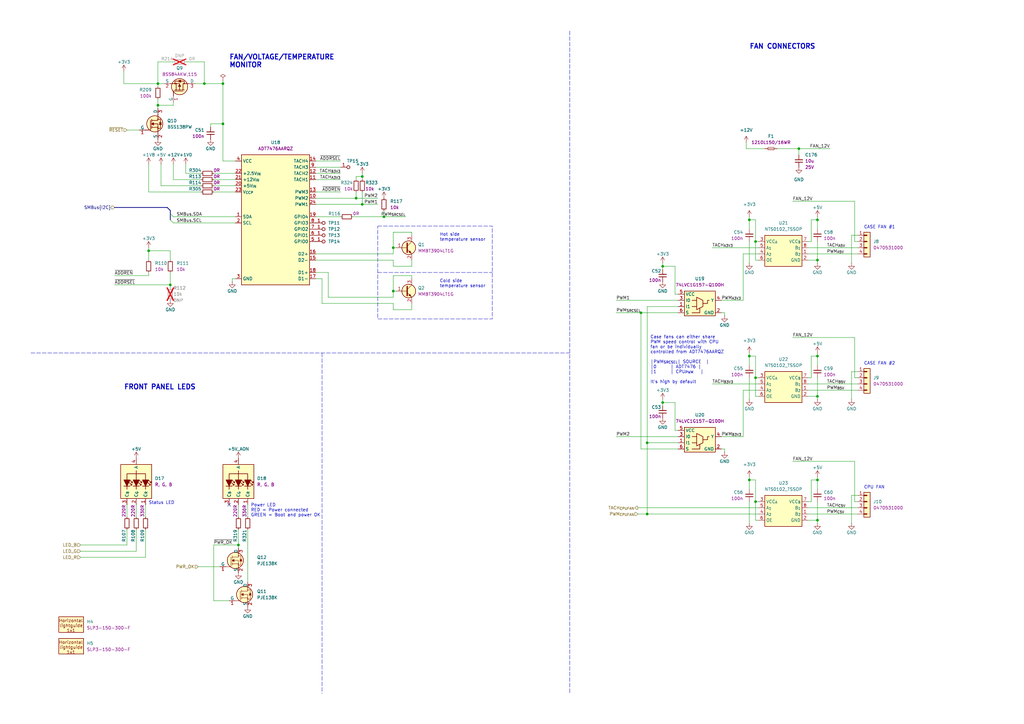
<source format=kicad_sch>
(kicad_sch (version 20230121) (generator eeschema)
  (paper "A3")
  (title_block (title "Com Express 7 baseboard") (date "2024-03-28") (rev "1.0.0") (company "Antmicro Ltd."))
  (junction (at 148.59 72.39))
  (junction (at 335.28 106.68))
  (junction (at 309.88 99.06))
  (junction (at 161.29 119.38))
  (junction (at 309.88 154.94))
  (junction (at 265.43 210.82))
  (junction (at 91.44 34.29))
  (junction (at 64.77 43.18))
  (junction (at 335.28 162.56))
  (junction (at 309.88 205.74))
  (junction (at 148.59 83.82))
  (junction (at 271.78 165.1))
  (junction (at 265.43 181.61))
  (junction (at 335.28 146.05))
  (junction (at 161.29 101.6))
  (junction (at 97.79 223.52))
  (junction (at 83.82 34.29))
  (junction (at 335.28 213.36))
  (junction (at 307.34 90.17))
  (junction (at 146.05 81.28))
  (junction (at 327.66 60.96))
  (junction (at 271.78 109.22))
  (junction (at 60.96 102.87))
  (junction (at 335.28 90.17))
  (junction (at 64.77 34.29))
  (junction (at 335.28 196.85))
  (junction (at 69.85 116.84))
  (junction (at 157.48 88.9))
  (junction (at 307.34 146.05))
  (junction (at 91.44 50.8))
  (junction (at 307.34 196.85))
  (junction (at 262.89 128.27))
  (no_connect (at 93.98 207.01))
  (bus_entry (at 71.12 91.44) (size -1.27 -1.27))
  (bus_entry (at 71.12 88.9) (size -1.27 -1.27))
  (wire (pts (xy 52.07 53.34) (xy 57.15 53.34)))
  (wire (pts (xy 86.36 50.8) (xy 91.44 50.8)))
  (wire (pts (xy 161.29 95.25) (xy 161.29 101.6)))
  (wire (pts (xy 67.31 34.29) (xy 64.77 34.29)))
  (wire (pts (xy 33.02 226.06) (xy 55.88 226.06)))
  (wire (pts (xy 332.74 99.06) (xy 331.47 99.06)))
  (wire (pts (xy 265.43 181.61) (xy 265.43 210.82)))
  (wire (pts (xy 332.74 90.17) (xy 335.28 90.17)))
  (bus (pts (xy 69.85 87.63) (xy 69.85 90.17)))
  (wire (pts (xy 91.44 33.02) (xy 91.44 34.29)))
  (wire (pts (xy 307.34 196.85) (xy 307.34 200.66)))
  (wire (pts (xy 157.48 86.36) (xy 157.48 88.9)))
  (wire (pts (xy 307.34 99.06) (xy 307.34 107.95)))
  (wire (pts (xy 332.74 90.17) (xy 332.74 99.06)))
  (wire (pts (xy 161.29 113.03) (xy 161.29 119.38)))
  (wire (pts (xy 148.59 72.39) (xy 148.59 73.66)))
  (wire (pts (xy 96.52 78.74) (xy 87.63 78.74)))
  (wire (pts (xy 144.78 88.9) (xy 157.48 88.9)))
  (wire (pts (xy 331.47 213.36) (xy 335.28 213.36)))
  (wire (pts (xy 161.29 101.6) (xy 161.29 104.14)))
  (wire (pts (xy 335.28 99.06) (xy 335.28 106.68)))
  (wire (pts (xy 168.91 127) (xy 168.91 124.46)))
  (wire (pts (xy 134.62 121.92) (xy 161.29 121.92)))
  (wire (pts (xy 309.88 90.17) (xy 309.88 99.06)))
  (wire (pts (xy 331.47 208.28) (xy 351.79 208.28)))
  (wire (pts (xy 139.7 78.74) (xy 129.54 78.74)))
  (wire (pts (xy 161.29 109.22) (xy 161.29 106.68)))
  (wire (pts (xy 335.28 106.68) (xy 335.28 107.95)))
  (wire (pts (xy 148.59 71.12) (xy 148.59 72.39)))
  (wire (pts (xy 134.62 111.76) (xy 134.62 121.92)))
  (wire (pts (xy 331.47 106.68) (xy 335.28 106.68)))
  (wire (pts (xy 252.73 179.07) (xy 278.13 179.07)))
  (wire (pts (xy 101.6 207.01) (xy 101.6 212.09)))
  (wire (pts (xy 335.28 146.05) (xy 335.28 149.86)))
  (wire (pts (xy 71.12 67.31) (xy 71.12 73.66)))
  (wire (pts (xy 304.8 179.07) (xy 304.8 160.02)))
  (wire (pts (xy 297.18 185.42) (xy 297.18 184.15)))
  (wire (pts (xy 69.85 116.84) (xy 69.85 118.11)))
  (wire (pts (xy 69.85 111.76) (xy 69.85 116.84)))
  (wire (pts (xy 350.52 205.74) (xy 350.52 189.23)))
  (wire (pts (xy 161.29 101.6) (xy 162.56 101.6)))
  (wire (pts (xy 46.99 116.84) (xy 69.85 116.84)))
  (wire (pts (xy 82.55 71.12) (xy 76.2 71.12)))
  (wire (pts (xy 132.08 124.46) (xy 161.29 124.46)))
  (wire (pts (xy 148.59 83.82) (xy 129.54 83.82)))
  (wire (pts (xy 87.63 73.66) (xy 96.52 73.66)))
  (wire (pts (xy 335.28 154.94) (xy 335.28 162.56)))
  (wire (pts (xy 81.28 232.41) (xy 90.17 232.41)))
  (wire (pts (xy 261.62 210.82) (xy 265.43 210.82)))
  (wire (pts (xy 349.25 203.2) (xy 349.25 214.63)))
  (wire (pts (xy 168.91 109.22) (xy 168.91 106.68)))
  (wire (pts (xy 252.73 128.27) (xy 262.89 128.27)))
  (wire (pts (xy 97.79 223.52) (xy 87.63 223.52)))
  (wire (pts (xy 271.78 163.83) (xy 271.78 165.1)))
  (wire (pts (xy 306.07 60.96) (xy 313.69 60.96)))
  (wire (pts (xy 332.74 154.94) (xy 331.47 154.94)))
  (wire (pts (xy 168.91 96.52) (xy 168.91 95.25)))
  (wire (pts (xy 96.52 66.04) (xy 91.44 66.04)))
  (wire (pts (xy 66.04 67.31) (xy 66.04 76.2)))
  (wire (pts (xy 276.86 120.65) (xy 278.13 120.65)))
  (wire (pts (xy 71.12 88.9) (xy 96.52 88.9)))
  (polyline (pts (xy 233.68 12.7) (xy 233.68 284.48)) (stroke (width 0) (type dash)))
  (wire (pts (xy 60.96 78.74) (xy 60.96 67.31)))
  (wire (pts (xy 97.79 217.17) (xy 97.79 223.52)))
  (wire (pts (xy 335.28 90.17) (xy 335.28 93.98)))
  (wire (pts (xy 297.18 128.27) (xy 295.91 128.27)))
  (wire (pts (xy 307.34 88.9) (xy 307.34 90.17)))
  (wire (pts (xy 309.88 99.06) (xy 309.88 106.68)))
  (wire (pts (xy 252.73 123.19) (xy 278.13 123.19)))
  (wire (pts (xy 69.85 102.87) (xy 69.85 106.68)))
  (wire (pts (xy 332.74 205.74) (xy 331.47 205.74)))
  (wire (pts (xy 350.52 99.06) (xy 350.52 82.55)))
  (wire (pts (xy 91.44 66.04) (xy 91.44 50.8)))
  (wire (pts (xy 325.12 189.23) (xy 350.52 189.23)))
  (wire (pts (xy 161.29 109.22) (xy 168.91 109.22)))
  (wire (pts (xy 64.77 43.18) (xy 64.77 44.45)))
  (wire (pts (xy 146.05 72.39) (xy 148.59 72.39)))
  (wire (pts (xy 351.79 203.2) (xy 349.25 203.2)))
  (wire (pts (xy 335.28 162.56) (xy 335.28 163.83)))
  (wire (pts (xy 331.47 101.6) (xy 351.79 101.6)))
  (wire (pts (xy 307.34 144.78) (xy 307.34 146.05)))
  (wire (pts (xy 146.05 81.28) (xy 129.54 81.28)))
  (wire (pts (xy 148.59 78.74) (xy 148.59 83.82)))
  (wire (pts (xy 87.63 223.52) (xy 87.63 246.38)))
  (wire (pts (xy 307.34 146.05) (xy 307.34 149.86)))
  (wire (pts (xy 311.15 213.36) (xy 309.88 213.36)))
  (wire (pts (xy 297.18 184.15) (xy 295.91 184.15)))
  (wire (pts (xy 325.12 138.43) (xy 350.52 138.43)))
  (wire (pts (xy 309.88 196.85) (xy 307.34 196.85)))
  (wire (pts (xy 64.77 43.18) (xy 71.12 43.18)))
  (wire (pts (xy 318.77 60.96) (xy 327.66 60.96)))
  (wire (pts (xy 265.43 181.61) (xy 278.13 181.61)))
  (polyline (pts (xy 12.7 144.78) (xy 233.68 144.78)) (stroke (width 0) (type dash)))
  (wire (pts (xy 64.77 34.29) (xy 64.77 35.56)))
  (wire (pts (xy 271.78 109.22) (xy 276.86 109.22)))
  (wire (pts (xy 87.63 71.12) (xy 96.52 71.12)))
  (wire (pts (xy 132.08 114.3) (xy 132.08 124.46)))
  (wire (pts (xy 309.88 146.05) (xy 307.34 146.05)))
  (wire (pts (xy 97.79 207.01) (xy 97.79 212.09)))
  (wire (pts (xy 60.96 102.87) (xy 60.96 106.68)))
  (wire (pts (xy 59.69 207.01) (xy 59.69 212.09)))
  (wire (pts (xy 335.28 205.74) (xy 335.28 213.36)))
  (wire (pts (xy 311.15 162.56) (xy 309.88 162.56)))
  (wire (pts (xy 161.29 119.38) (xy 161.29 121.92)))
  (wire (pts (xy 146.05 73.66) (xy 146.05 72.39)))
  (wire (pts (xy 309.88 205.74) (xy 311.15 205.74)))
  (wire (pts (xy 295.91 179.07) (xy 304.8 179.07)))
  (polyline (pts (xy 154.94 111.76) (xy 201.93 111.76)) (stroke (width 0) (type dash)))
  (wire (pts (xy 309.88 205.74) (xy 309.88 213.36)))
  (wire (pts (xy 265.43 125.73) (xy 265.43 181.61)))
  (wire (pts (xy 262.89 128.27) (xy 262.89 184.15)))
  (wire (pts (xy 335.28 88.9) (xy 335.28 90.17)))
  (wire (pts (xy 309.88 99.06) (xy 311.15 99.06)))
  (wire (pts (xy 351.79 205.74) (xy 350.52 205.74)))
  (wire (pts (xy 55.88 217.17) (xy 55.88 226.06)))
  (wire (pts (xy 271.78 165.1) (xy 271.78 166.37)))
  (wire (pts (xy 276.86 109.22) (xy 276.86 120.65)))
  (wire (pts (xy 161.29 127) (xy 168.91 127)))
  (wire (pts (xy 60.96 102.87) (xy 69.85 102.87)))
  (wire (pts (xy 309.88 154.94) (xy 309.88 162.56)))
  (bus (pts (xy 69.85 86.36) (xy 68.58 85.09)))
  (wire (pts (xy 349.25 96.52) (xy 349.25 107.95)))
  (wire (pts (xy 351.79 99.06) (xy 350.52 99.06)))
  (polyline (pts (xy 132.08 144.78) (xy 132.08 284.48)) (stroke (width 0) (type dash)))
  (wire (pts (xy 87.63 76.2) (xy 96.52 76.2)))
  (wire (pts (xy 265.43 210.82) (xy 311.15 210.82)))
  (wire (pts (xy 351.79 152.4) (xy 349.25 152.4)))
  (wire (pts (xy 64.77 25.4) (xy 64.77 34.29)))
  (wire (pts (xy 166.37 88.9) (xy 157.48 88.9)))
  (wire (pts (xy 71.12 73.66) (xy 82.55 73.66)))
  (wire (pts (xy 101.6 217.17) (xy 101.6 238.76)))
  (wire (pts (xy 292.1 101.6) (xy 311.15 101.6)))
  (wire (pts (xy 331.47 157.48) (xy 351.79 157.48)))
  (wire (pts (xy 307.34 154.94) (xy 307.34 163.83)))
  (wire (pts (xy 278.13 128.27) (xy 262.89 128.27)))
  (wire (pts (xy 154.94 81.28) (xy 146.05 81.28)))
  (wire (pts (xy 168.91 113.03) (xy 161.29 113.03)))
  (wire (pts (xy 52.07 217.17) (xy 52.07 223.52)))
  (wire (pts (xy 335.28 196.85) (xy 335.28 200.66)))
  (wire (pts (xy 146.05 78.74) (xy 146.05 81.28)))
  (wire (pts (xy 304.8 160.02) (xy 311.15 160.02)))
  (wire (pts (xy 95.25 115.57) (xy 95.25 114.3)))
  (wire (pts (xy 71.12 91.44) (xy 96.52 91.44)))
  (wire (pts (xy 71.12 25.4) (xy 64.77 25.4)))
  (wire (pts (xy 91.44 34.29) (xy 83.82 34.29)))
  (wire (pts (xy 335.28 195.58) (xy 335.28 196.85)))
  (wire (pts (xy 161.29 127) (xy 161.29 124.46)))
  (wire (pts (xy 86.36 50.8) (xy 86.36 52.07)))
  (wire (pts (xy 83.82 34.29) (xy 80.01 34.29)))
  (wire (pts (xy 309.88 146.05) (xy 309.88 154.94)))
  (wire (pts (xy 95.25 114.3) (xy 96.52 114.3)))
  (bus (pts (xy 46.99 85.09) (xy 68.58 85.09)))
  (wire (pts (xy 262.89 184.15) (xy 278.13 184.15)))
  (wire (pts (xy 129.54 106.68) (xy 161.29 106.68)))
  (wire (pts (xy 139.7 68.58) (xy 129.54 68.58)))
  (wire (pts (xy 97.79 223.52) (xy 97.79 224.79)))
  (wire (pts (xy 59.69 217.17) (xy 59.69 228.6)))
  (wire (pts (xy 168.91 95.25) (xy 161.29 95.25)))
  (wire (pts (xy 129.54 114.3) (xy 132.08 114.3)))
  (wire (pts (xy 307.34 205.74) (xy 307.34 214.63)))
  (wire (pts (xy 129.54 104.14) (xy 161.29 104.14)))
  (wire (pts (xy 76.2 25.4) (xy 83.82 25.4)))
  (wire (pts (xy 332.74 146.05) (xy 335.28 146.05)))
  (wire (pts (xy 71.12 43.18) (xy 71.12 41.91)))
  (wire (pts (xy 331.47 210.82) (xy 351.79 210.82)))
  (wire (pts (xy 139.7 66.04) (xy 129.54 66.04)))
  (wire (pts (xy 304.8 104.14) (xy 311.15 104.14)))
  (wire (pts (xy 332.74 146.05) (xy 332.74 154.94)))
  (wire (pts (xy 261.62 208.28) (xy 311.15 208.28)))
  (wire (pts (xy 297.18 129.54) (xy 297.18 128.27)))
  (wire (pts (xy 33.02 223.52) (xy 52.07 223.52)))
  (wire (pts (xy 33.02 228.6) (xy 59.69 228.6)))
  (wire (pts (xy 309.88 90.17) (xy 307.34 90.17)))
  (wire (pts (xy 64.77 40.64) (xy 64.77 43.18)))
  (wire (pts (xy 64.77 34.29) (xy 50.8 34.29)))
  (wire (pts (xy 311.15 106.68) (xy 309.88 106.68)))
  (wire (pts (xy 332.74 196.85) (xy 332.74 205.74)))
  (wire (pts (xy 154.94 83.82) (xy 148.59 83.82)))
  (wire (pts (xy 91.44 34.29) (xy 91.44 50.8)))
  (wire (pts (xy 82.55 78.74) (xy 60.96 78.74)))
  (wire (pts (xy 351.79 154.94) (xy 350.52 154.94)))
  (wire (pts (xy 309.88 196.85) (xy 309.88 205.74)))
  (wire (pts (xy 335.28 213.36) (xy 335.28 214.63)))
  (wire (pts (xy 307.34 90.17) (xy 307.34 93.98)))
  (wire (pts (xy 349.25 152.4) (xy 349.25 163.83)))
  (wire (pts (xy 309.88 154.94) (xy 311.15 154.94)))
  (wire (pts (xy 327.66 60.96) (xy 340.36 60.96)))
  (wire (pts (xy 307.34 195.58) (xy 307.34 196.85)))
  (wire (pts (xy 271.78 107.95) (xy 271.78 109.22)))
  (wire (pts (xy 161.29 119.38) (xy 162.56 119.38)))
  (wire (pts (xy 139.7 73.66) (xy 129.54 73.66)))
  (wire (pts (xy 83.82 25.4) (xy 83.82 34.29)))
  (wire (pts (xy 304.8 123.19) (xy 304.8 104.14)))
  (wire (pts (xy 335.28 144.78) (xy 335.28 146.05)))
  (wire (pts (xy 60.96 111.76) (xy 60.96 113.03)))
  (wire (pts (xy 168.91 114.3) (xy 168.91 113.03)))
  (wire (pts (xy 87.63 246.38) (xy 93.98 246.38)))
  (wire (pts (xy 139.7 71.12) (xy 129.54 71.12)))
  (bus (pts (xy 69.85 86.36) (xy 69.85 87.63)))
  (wire (pts (xy 271.78 165.1) (xy 276.86 165.1)))
  (wire (pts (xy 76.2 71.12) (xy 76.2 67.31)))
  (wire (pts (xy 331.47 160.02) (xy 351.79 160.02)))
  (wire (pts (xy 332.74 196.85) (xy 335.28 196.85)))
  (wire (pts (xy 295.91 123.19) (xy 304.8 123.19)))
  (wire (pts (xy 331.47 104.14) (xy 351.79 104.14)))
  (wire (pts (xy 50.8 29.21) (xy 50.8 34.29)))
  (wire (pts (xy 325.12 82.55) (xy 350.52 82.55)))
  (wire (pts (xy 276.86 176.53) (xy 278.13 176.53)))
  (wire (pts (xy 306.07 58.42) (xy 306.07 60.96)))
  (wire (pts (xy 276.86 165.1) (xy 276.86 176.53)))
  (wire (pts (xy 60.96 101.6) (xy 60.96 102.87)))
  (wire (pts (xy 129.54 111.76) (xy 134.62 111.76)))
  (wire (pts (xy 350.52 154.94) (xy 350.52 138.43)))
  (wire (pts (xy 331.47 162.56) (xy 335.28 162.56)))
  (wire (pts (xy 271.78 109.22) (xy 271.78 110.49)))
  (wire (pts (xy 55.88 207.01) (xy 55.88 212.09)))
  (wire (pts (xy 52.07 207.01) (xy 52.07 212.09)))
  (wire (pts (xy 351.79 96.52) (xy 349.25 96.52)))
  (wire (pts (xy 60.96 113.03) (xy 46.99 113.03)))
  (wire (pts (xy 292.1 157.48) (xy 311.15 157.48)))
  (wire (pts (xy 265.43 125.73) (xy 278.13 125.73)))
  (wire (pts (xy 66.04 76.2) (xy 82.55 76.2)))
  (wire (pts (xy 327.66 60.96) (xy 327.66 63.5)))
  (wire (pts (xy 139.7 88.9) (xy 129.54 88.9)))
  (rectangle (start 154.94 92.71) (end 201.93 130.81) (stroke (width 0) (type dash)))
  (text "Status LED" (at 60.96 207.01 0) (effects (font (size 1.27 1.27)) (justify left bottom)))
  (text "FRONT PANEL LEDS" (at 50.8 160.02 0) (effects (font (size 2 2) (thickness 0.4) bold) (justify left bottom)))
  (text "CPU FAN" (at 354.33 200.66 0) (effects (font (size 1.27 1.27)) (justify left bottom)))
  (text "Case fans can either share\nPWM speed control with CPU \nfan or be individually \ncontrolled from ADT7476AARQZ\n\n|PWM_{SRCSEL}| SOURCE  |\n|0      | ADT7476 |\n|1      | CPU_{PWM}   |\n\nIt's high by default" (at 266.7 157.48 0) (effects (font (size 1.27 1.27)) (justify left bottom)))
  (text "CASE FAN #1" (at 354.33 93.98 0) (effects (font (size 1.27 1.27)) (justify left bottom)))
  (text "FAN/VOLTAGE/TEMPERATURE\nMONITOR" (at 93.98 27.94 0) (effects (font (size 2 2) (thickness 0.4) bold) (justify left bottom)))
  (text "Cold side \ntemperature sensor" (at 180.34 118.11 0) (effects (font (size 1.27 1.27)) (justify left bottom)))
  (text "Hot side \ntemperature sensor" (at 180.34 99.06 0) (effects (font (size 1.27 1.27)) (justify left bottom)))
  (text "FAN CONNECTORS" (at 307.34 20.32 0) (effects (font (size 2 2) (thickness 0.4) bold) (justify left bottom)))
  (text "Power LED\nRED = Power connected\nGREEN = Boot and power OK" (at 102.87 212.09 0) (effects (font (size 1.27 1.27)) (justify left bottom)))
  (text "CASE FAN #2" (at 354.33 149.86 0) (effects (font (size 1.27 1.27)) (justify left bottom)))
  (label "~{PWR_OK}" (at 87.63 223.52 0))
  (label "FAN_12V" (at 325.12 189.23 0))
  (label "PWM_{A3V3}" (at 295.91 123.19 0))
  (label "TACH_{B5V}" (at 339.09 157.48 0))
  (label "PWM2" (at 252.73 179.07 0))
  (label "SMBus.SDA" (at 72.39 88.9 0))
  (label "TACH_{B3V3}" (at 139.7 71.12 180))
  (label "PWM1" (at 154.94 83.82 180))
  (label "FAN_12V" (at 325.12 138.43 0))
  (label "PWM1" (at 252.73 123.19 0))
  (label "PWM2" (at 154.94 81.28 180))
  (label "~{ADDREN}" (at 46.99 113.03 0))
  (label "PWM_{B5V}" (at 339.09 160.02 0))
  (label "TACH_{B3V3}" (at 292.1 157.48 0))
  (label "PWM_{A5V}" (at 339.09 104.14 0))
  (label "~{ADDREN}" (at 139.7 78.74 180))
  (label "PWM_{C5V}" (at 339.09 210.82 0))
  (label "PWM_{B3V3}" (at 295.91 179.07 0))
  (label "~{ADDRSEL}" (at 46.99 116.84 0))
  (label "PWM_{SRCSEL}" (at 252.73 128.27 0))
  (label "TACH_{C5V}" (at 339.09 208.28 0))
  (label "TACH_{A3V3}" (at 292.1 101.6 0))
  (label "TACH_{A5V}" (at 339.09 101.6 0))
  (label "FAN_12V" (at 340.36 60.96 180))
  (label "PWM_{SRCSEL}" (at 166.37 88.9 180))
  (label "TACH_{A3V3}" (at 139.7 73.66 180))
  (label "FAN_12V" (at 325.12 82.55 0))
  (label "~{ADDRSEL}" (at 139.7 66.04 180))
  (label "SMBus.SCL" (at 72.39 91.44 0))
  (hierarchical_label "LED_G" (shape input) (at 33.02 226.06 180))
  (hierarchical_label "LED_R" (shape input) (at 33.02 228.6 180))
  (hierarchical_label "PWR_OK" (shape input) (at 81.28 232.41 180))
  (hierarchical_label "SMBus{I2C}" (shape input) (at 46.99 85.09 180))
  (hierarchical_label "~{RESET}" (shape input) (at 52.07 53.34 180))
  (hierarchical_label "LED_B" (shape input) (at 33.02 223.52 180))
  (hierarchical_label "TACH_{CPUFAN}" (shape output) (at 261.62 208.28 180))
  (hierarchical_label "PWM_{CPUFAN}" (shape input) (at 261.62 210.82 180))
  (symbol (lib_id "antmicroCapacitors0402:C_100n_0402") (at 335.28 205.74 90) (unit 1)
    (property "Reference" "C60" (at 337.82 201.9236 90) (effects (justify right)))
    (property "Value" "C_100n_0402" (effects hide))
    (property "Footprint" "antmicro-footprints:C_0402_1005Metric" (effects hide))
    (property "Datasheet" "https://www.murata.com/products/productdetail?partno=GRM155R61H104KE14%23" (effects hide))
    (property "MPN" "GRM155R61H104KE14D" (effects hide))
    (property "Manufacturer" "Murata" (effects hide))
    (property "License" "Apache-2.0" (effects hide))
    (property "Author" "Antmicro" (effects hide))
    (property "Val" "100n" (at 337.82 204.4636 90) (effects (justify right)))
    (property "Voltage" "50V" (effects hide))
    (property "Dielectric" "X5R" (effects hide))
  )
  (symbol (lib_id "antmicropower:GND") (at 297.18 185.42 0) (mirror y) (unit 1)
    (property "Reference" "#PWR0129" (effects hide))
    (property "Value" "GND" (at 297.18 189.23 0))
    (property "Author" "Antmicro" (effects hide))
    (property "License" "Apache-2.0" (effects hide))
  )
  (symbol (lib_id "antmicroCapacitors0402:C_100n_0402") (at 335.28 99.06 90) (unit 1)
    (property "Reference" "C58" (at 337.82 95.2436 90) (effects (justify right)))
    (property "Value" "C_100n_0402" (effects hide))
    (property "Footprint" "antmicro-footprints:C_0402_1005Metric" (effects hide))
    (property "Datasheet" "https://www.murata.com/products/productdetail?partno=GRM155R61H104KE14%23" (effects hide))
    (property "MPN" "GRM155R61H104KE14D" (effects hide))
    (property "Manufacturer" "Murata" (effects hide))
    (property "License" "Apache-2.0" (effects hide))
    (property "Author" "Antmicro" (effects hide))
    (property "Val" "100n" (at 337.82 97.7836 90) (effects (justify right)))
    (property "Voltage" "50V" (effects hide))
    (property "Dielectric" "X5R" (effects hide))
  )
  (symbol (lib_id "antmicropower:+3V3") (at 271.78 163.83 0) (unit 1)
    (property "Reference" "#PWR0126" (effects hide))
    (property "Value" "+3V3" (at 271.78 160.02 0))
    (property "Author" "Antmicro" (effects hide))
    (property "License" "Apache-2.0" (effects hide))
  )
  (symbol (lib_id "antmicropower:+5V") (at 335.28 144.78 0) (unit 1)
    (property "Reference" "#PWR0140" (effects hide))
    (property "Value" "+5V" (at 335.28 140.97 0))
    (property "Author" "Antmicro" (effects hide))
    (property "License" "Apache-2.0" (effects hide))
  )
  (symbol (lib_id "antmicropower:GND") (at 327.66 68.58 0) (unit 1)
    (property "Reference" "#PWR0137" (effects hide))
    (property "Value" "GND" (at 327.66 73.66 0))
    (property "Author" "Antmicro" (effects hide))
    (property "License" "Apache-2.0" (effects hide))
  )
  (symbol (lib_id "antmicropower:+3V3") (at 307.34 195.58 0) (unit 1)
    (property "Reference" "#PWR0135" (effects hide))
    (property "Value" "+3V3" (at 307.34 190.5 0))
    (property "Author" "Antmicro" (effects hide))
    (property "License" "Apache-2.0" (effects hide))
  )
  (symbol (lib_id "antmicroResistors0402:R_100k_0402") (at 64.77 40.64 90) (unit 1)
    (property "Reference" "R209" (at 62.23 36.8299 90) (effects (justify left)))
    (property "Value" "R_100k_0402" (effects hide))
    (property "Footprint" "antmicro-footprints:R_0402_1005Metric" (effects hide))
    (property "Datasheet" "https://www.bourns.com/docs/product-datasheets/cr.pdf" (effects hide))
    (property "MPN" "CR0402-FX-1003GLF" (effects hide))
    (property "Manufacturer" "Bourns" (effects hide))
    (property "License" "Apache-2.0" (effects hide))
    (property "Author" "Antmicro" (effects hide))
    (property "Val" "100k" (at 62.23 39.3699 90) (effects (justify left)))
    (property "Tolerance" "1%" (effects hide))
  )
  (symbol (lib_id "antmicroResistors0402:R_0R_0402") (at 82.55 76.2 0) (unit 1)
    (property "Reference" "R114" (at 80.01 74.93 0))
    (property "Value" "R_0R_0402" (effects hide))
    (property "Footprint" "antmicro-footprints:R_0402_1005Metric" (effects hide))
    (property "Datasheet" "https://industrial.panasonic.com/cdbs/www-data/pdf/RDA0000/AOA0000C301.pdf" (effects hide))
    (property "MPN" "ERJ2GE0R00X" (effects hide))
    (property "Manufacturer" "Panasonic" (effects hide))
    (property "License" "Apache-2.0" (effects hide))
    (property "Author" "Antmicro" (effects hide))
    (property "Val" "0R" (at 88.9 74.93 0))
    (property "Current" "1A" (effects hide))
  )
  (symbol (lib_id "antmicroFuses:PTC_3A_1210") (at 313.69 60.96 0) (unit 1)
    (property "Reference" "F1" (at 316.23 55.88 0))
    (property "Value" "PTC_3A_1210" (effects hide))
    (property "Footprint" "antmicro-footprints:F_1210_3225Metric" (effects hide))
    (property "Datasheet" "https://www.littelfuse.com/media?resourcetype=datasheets&itemid=4b6f5b2d-4096-4267-a055-9f2e3cb58660&filename=littelfuse-ptc-1210l-datasheet" (effects hide))
    (property "MPN" "1210L150/16WR" (at 316.23 58.42 0))
    (property "Manufacturer" "Littelfuse" (effects hide))
    (property "Author" "Antmicro" (effects hide))
    (property "License" "Apache-2.0" (effects hide))
  )
  (symbol (lib_id "antmicroLogicTranslatorsLevelShifters:NTS0102_TSSOP") (at 311.15 99.06 0) (unit 1)
    (property "Reference" "U21" (at 321.31 91.44 0))
    (property "Value" "NTS0102_TSSOP" (at 321.31 93.98 0))
    (property "Footprint" "antmicro-footprints:TSSOP-8_3x3mm_P0.65mm" (effects hide))
    (property "Datasheet" "https://www.mouser.com/datasheet/2/302/NTS0102-1127324.pdf" (effects hide))
    (property "MPN" "NTS0102DP" (effects hide))
    (property "Manufacturer" "NXP" (effects hide))
    (property "Author" "Antmicro" (effects hide))
    (property "License" "Apache-2.0" (effects hide))
  )
  (symbol (lib_id "antmicropower:GND") (at 297.18 129.54 0) (mirror y) (unit 1)
    (property "Reference" "#PWR0128" (effects hide))
    (property "Value" "GND" (at 297.18 133.35 0))
    (property "Author" "Antmicro" (effects hide))
    (property "License" "Apache-2.0" (effects hide))
  )
  (symbol (lib_id "antmicroTestPoints:TP_0.75mm_SMD") (at 129.54 91.44 0) (unit 1) (in_bom no)
    (property "Reference" "TP11" (at 134.62 91.44 0) (effects (justify left)))
    (property "Value" "TP_0.75mm_SMD" (effects hide))
    (property "Footprint" "antmicro-footprints:TP_SMD_0.75mm" (effects hide))
    (property "Author" "Antmicro" (effects hide))
    (property "License" "Apache-2.0" (effects hide))
  )
  (symbol (lib_id "antmicropower:GND") (at 349.25 163.83 0) (unit 1)
    (property "Reference" "#PWR0145" (effects hide))
    (property "Value" "GND" (at 349.25 167.64 0))
    (property "Author" "Antmicro" (effects hide))
    (property "License" "Apache-2.0" (effects hide))
  )
  (symbol (lib_id "antmicroResistors0402:R_220R_0402") (at 55.88 217.17 90) (unit 1)
    (property "Reference" "R108" (at 54.61 217.17 0) (effects (justify right)))
    (property "Value" "R_220R_0402" (effects hide))
    (property "Footprint" "antmicro-footprints:R_0402_1005Metric" (effects hide))
    (property "Datasheet" "https://www.bourns.com/docs/product-datasheets/cr.pdf" (effects hide))
    (property "MPN" "CR0402-FX-2200GLF" (effects hide))
    (property "Manufacturer" "Bourns" (effects hide))
    (property "License" "Apache-2.0" (effects hide))
    (property "Copyright" "Copyright (c) 2023 Antmicro" (effects hide))
    (property "Val" "220R" (at 54.61 207.01 0) (effects (justify right)))
    (property "Tolerance" "1%" (effects hide))
    (property "Author" "Antmicro" (effects hide))
  )
  (symbol (lib_id "antmicroWire2BoardConnectors:Molex_KK_1x4_0470531000") (at 351.79 203.2 0) (unit 1)
    (property "Reference" "J10" (at 358.14 205.74 0) (effects (justify left)))
    (property "Value" "Molex_KK_1x4_0470531000" (effects hide))
    (property "Footprint" "antmicro-footprints:Conn_Molex_KK_1x4_0470531000" (effects hide))
    (property "Datasheet" "https://tools.molex.com/pdm_docs/sd/470531000_sd.pdf" (effects hide))
    (property "MPN" "0470531000" (at 358.14 208.28 0) (effects (justify left)))
    (property "Manufacturer" "Molex" (effects hide))
    (property "Author" "Antmicro" (effects hide))
    (property "License" "Apache-2.0" (effects hide))
  )
  (symbol (lib_id "antmicroCapacitors0402:C_100n_0402") (at 86.36 57.15 90) (unit 1)
    (property "Reference" "C51" (at 83.82 53.3336 90) (effects (justify left)))
    (property "Value" "C_100n_0402" (effects hide))
    (property "Footprint" "antmicro-footprints:C_0402_1005Metric" (effects hide))
    (property "Datasheet" "https://www.murata.com/products/productdetail?partno=GRM155R61H104KE14%23" (effects hide))
    (property "MPN" "GRM155R61H104KE14D" (effects hide))
    (property "Manufacturer" "Murata" (effects hide))
    (property "License" "Apache-2.0" (effects hide))
    (property "Author" "Antmicro" (effects hide))
    (property "Val" "100n" (at 83.82 55.8736 90) (effects (justify left)))
    (property "Voltage" "50V" (effects hide))
    (property "Dielectric" "X5R" (effects hide))
  )
  (symbol (lib_id "antmicropower:GND") (at 349.25 214.63 0) (unit 1)
    (property "Reference" "#PWR0146" (effects hide))
    (property "Value" "GND" (at 349.25 218.44 0))
    (property "Author" "Antmicro" (effects hide))
    (property "License" "Apache-2.0" (effects hide))
  )
  (symbol (lib_id "antmicropower:+3V3") (at 307.34 88.9 0) (unit 1)
    (property "Reference" "#PWR0131" (effects hide))
    (property "Value" "+3V3" (at 307.34 83.82 0))
    (property "Author" "Antmicro" (effects hide))
    (property "License" "Apache-2.0" (effects hide))
  )
  (symbol (lib_id "antmicropower:GND") (at 101.6 248.92 0) (mirror y) (unit 1)
    (property "Reference" "#PWR0304" (effects hide))
    (property "Value" "GND" (at 101.6 252.73 0))
    (property "Author" "Antmicro" (effects hide))
    (property "License" "Apache-2.0" (effects hide))
  )
  (symbol (lib_id "antmicroTransistorsFETsMOSFETsSingle:BSS84AKW") (at 71.12 41.91 270) (mirror x) (unit 1)
    (property "Reference" "Q9" (at 73.66 27.94 90))
    (property "Value" "BSS84AKW" (effects hide))
    (property "Footprint" "antmicro-footprints:SOT-323" (effects hide))
    (property "Datasheet" "https://assets.nexperia.com/documents/data-sheet/BSS84AKW.pdf" (effects hide))
    (property "MPN" "BSS84AKW,115" (at 73.66 30.48 90))
    (property "Manufacturer" "Nexperia" (effects hide))
    (property "Author" "Antmicro" (effects hide))
    (property "License" "Apache-2.0" (effects hide))
  )
  (symbol (lib_id "antmicroCapacitors0402:C_100n_0402") (at 307.34 154.94 270) (mirror x) (unit 1)
    (property "Reference" "C55" (at 304.8 151.1236 90) (effects (justify right)))
    (property "Value" "C_100n_0402" (effects hide))
    (property "Footprint" "antmicro-footprints:C_0402_1005Metric" (effects hide))
    (property "Datasheet" "https://www.murata.com/products/productdetail?partno=GRM155R61H104KE14%23" (effects hide))
    (property "MPN" "GRM155R61H104KE14D" (effects hide))
    (property "Manufacturer" "Murata" (effects hide))
    (property "License" "Apache-2.0" (effects hide))
    (property "Author" "Antmicro" (effects hide))
    (property "Val" "100n" (at 304.8 153.6636 90) (effects (justify right)))
    (property "Voltage" "50V" (effects hide))
    (property "Dielectric" "X5R" (effects hide))
  )
  (symbol (lib_id "antmicroResistors0402:R_0R_0402") (at 82.55 71.12 0) (unit 1)
    (property "Reference" "R304" (at 80.01 69.85 0))
    (property "Value" "R_0R_0402" (effects hide))
    (property "Footprint" "antmicro-footprints:R_0402_1005Metric" (effects hide))
    (property "Datasheet" "https://industrial.panasonic.com/cdbs/www-data/pdf/RDA0000/AOA0000C301.pdf" (effects hide))
    (property "MPN" "ERJ2GE0R00X" (effects hide))
    (property "Manufacturer" "Panasonic" (effects hide))
    (property "License" "Apache-2.0" (effects hide))
    (property "Author" "Antmicro" (effects hide))
    (property "Val" "0R" (at 88.9 69.85 0))
    (property "Current" "1A" (effects hide))
  )
  (symbol (lib_id "antmicroTransistorsFETsMOSFETsSingle:PJE138K") (at 90.17 232.41 0) (unit 1)
    (property "Reference" "Q12" (at 105.41 228.6 0) (effects (justify left)))
    (property "Value" "PJE138K" (at 105.41 231.14 0) (effects (justify left)))
    (property "Footprint" "antmicro-footprints:SOT-523" (effects hide))
    (property "Datasheet" "https://www.mouser.com/datasheet/2/1057/PJE138K-1876698.pdf" (effects hide))
    (property "MPN" "PJE138K_R1_00001" (effects hide))
    (property "Manufacturer" "PANJIT" (effects hide))
    (property "Author" "Antmicro" (effects hide))
    (property "License" "Apache-2.0" (effects hide))
  )
  (symbol (lib_id "antmicroWire2BoardConnectors:Molex_KK_1x4_0470531000") (at 351.79 96.52 0) (unit 1)
    (property "Reference" "J8" (at 358.14 99.06 0) (effects (justify left)))
    (property "Value" "Molex_KK_1x4_0470531000" (effects hide))
    (property "Footprint" "antmicro-footprints:Conn_Molex_KK_1x4_0470531000" (effects hide))
    (property "Datasheet" "https://tools.molex.com/pdm_docs/sd/470531000_sd.pdf" (effects hide))
    (property "MPN" "0470531000" (at 358.14 101.6 0) (effects (justify left)))
    (property "Manufacturer" "Molex" (effects hide))
    (property "Author" "Antmicro" (effects hide))
    (property "License" "Apache-2.0" (effects hide))
  )
  (symbol (lib_id "antmicroResistors0402:R_10k_0402") (at 69.85 123.19 90) (unit 1) (dnp yes)
    (property "Reference" "R112" (at 71.12 118.11 90) (effects (justify right)))
    (property "Value" "R_10k_0402" (effects hide))
    (property "Footprint" "antmicro-footprints:R_0402_1005Metric" (effects hide))
    (property "Datasheet" "https://www.bourns.com/docs/product-datasheets/cr.pdf" (effects hide))
    (property "MPN" "CR0402-FX-1002GLF" (effects hide))
    (property "Manufacturer" "Bourns" (effects hide))
    (property "License" "Apache-2.0" (effects hide))
    (property "Author" "Antmicro" (effects hide))
    (property "Val" "10k" (at 71.12 120.65 90) (effects (justify right)))
    (property "Tolerance" "1%" (effects hide))
    (property "DNP" "DNP" (at 71.12 123.19 90) (effects (justify right)))
  )
  (symbol (lib_id "antmicroCapacitors0402:C_100n_0402") (at 307.34 99.06 270) (mirror x) (unit 1)
    (property "Reference" "C54" (at 304.8 95.2436 90) (effects (justify right)))
    (property "Value" "C_100n_0402" (effects hide))
    (property "Footprint" "antmicro-footprints:C_0402_1005Metric" (effects hide))
    (property "Datasheet" "https://www.murata.com/products/productdetail?partno=GRM155R61H104KE14%23" (effects hide))
    (property "MPN" "GRM155R61H104KE14D" (effects hide))
    (property "Manufacturer" "Murata" (effects hide))
    (property "License" "Apache-2.0" (effects hide))
    (property "Author" "Antmicro" (effects hide))
    (property "Val" "100n" (at 304.8 97.7836 90) (effects (justify right)))
    (property "Voltage" "50V" (effects hide))
    (property "Dielectric" "X5R" (effects hide))
  )
  (symbol (lib_id "antmicropower:+5V") (at 335.28 88.9 0) (unit 1)
    (property "Reference" "#PWR0138" (effects hide))
    (property "Value" "+5V" (at 335.28 85.09 0))
    (property "Author" "Antmicro" (effects hide))
    (property "License" "Apache-2.0" (effects hide))
  )
  (symbol (lib_id "antmicroResistors0402:R_10k_0402") (at 157.48 86.36 90) (unit 1)
    (property "Reference" "R117" (at 160.02 82.55 90) (effects (justify right)))
    (property "Value" "R_10k_0402" (effects hide))
    (property "Footprint" "antmicro-footprints:R_0402_1005Metric" (effects hide))
    (property "Datasheet" "https://www.bourns.com/docs/product-datasheets/cr.pdf" (effects hide))
    (property "MPN" "CR0402-FX-1002GLF" (effects hide))
    (property "Manufacturer" "Bourns" (effects hide))
    (property "License" "Apache-2.0" (effects hide))
    (property "Author" "Antmicro" (effects hide))
    (property "Val" "10k" (at 160.02 85.09 90) (effects (justify right)))
    (property "Tolerance" "1%" (effects hide))
  )
  (symbol (lib_id "antmicroResistors0402:R_10k_0402") (at 146.05 78.74 270) (mirror x) (unit 1)
    (property "Reference" "R324" (at 144.78 74.93 90) (effects (justify right)))
    (property "Value" "R_10k_0402" (effects hide))
    (property "Footprint" "antmicro-footprints:R_0402_1005Metric" (effects hide))
    (property "Datasheet" "https://www.bourns.com/docs/product-datasheets/cr.pdf" (effects hide))
    (property "MPN" "CR0402-FX-1002GLF" (effects hide))
    (property "Manufacturer" "Bourns" (effects hide))
    (property "License" "Apache-2.0" (effects hide))
    (property "Author" "Antmicro" (effects hide))
    (property "Val" "10k" (at 144.78 77.47 90) (effects (justify right)))
    (property "Tolerance" "1%" (effects hide))
  )
  (symbol (lib_id "antmicroTestPoints:TP_0.75mm_SMD") (at 129.54 99.06 0) (unit 1) (in_bom no)
    (property "Reference" "TP14" (at 134.62 99.06 0) (effects (justify left)))
    (property "Value" "TP_0.75mm_SMD" (effects hide))
    (property "Footprint" "antmicro-footprints:TP_SMD_0.75mm" (effects hide))
    (property "Author" "Antmicro" (effects hide))
    (property "License" "Apache-2.0" (effects hide))
  )
  (symbol (lib_id "antmicropower:+3V3") (at 157.48 81.28 0) (unit 1)
    (property "Reference" "#PWR0123" (effects hide))
    (property "Value" "+3V3" (at 157.48 77.47 0))
    (property "Author" "Antmicro" (effects hide))
    (property "License" "Apache-2.0" (effects hide))
  )
  (symbol (lib_id "antmicroResistors0402:R_0R_0402") (at 82.55 73.66 0) (unit 1)
    (property "Reference" "R113" (at 80.01 72.39 0))
    (property "Value" "R_0R_0402" (effects hide))
    (property "Footprint" "antmicro-footprints:R_0402_1005Metric" (effects hide))
    (property "Datasheet" "https://industrial.panasonic.com/cdbs/www-data/pdf/RDA0000/AOA0000C301.pdf" (effects hide))
    (property "MPN" "ERJ2GE0R00X" (effects hide))
    (property "Manufacturer" "Panasonic" (effects hide))
    (property "License" "Apache-2.0" (effects hide))
    (property "Author" "Antmicro" (effects hide))
    (property "Val" "0R" (at 88.9 72.39 0))
    (property "Current" "1A" (effects hide))
  )
  (symbol (lib_id "antmicropower:GND") (at 349.25 107.95 0) (unit 1)
    (property "Reference" "#PWR0144" (effects hide))
    (property "Value" "GND" (at 349.25 111.76 0))
    (property "Author" "Antmicro" (effects hide))
    (property "License" "Apache-2.0" (effects hide))
  )
  (symbol (lib_id "antmicroCapacitors0402:C_100n_0402") (at 271.78 171.45 270) (mirror x) (unit 1)
    (property "Reference" "C53" (at 271.145 167.005 90) (effects (justify right)))
    (property "Value" "C_100n_0402" (effects hide))
    (property "Footprint" "antmicro-footprints:C_0402_1005Metric" (effects hide))
    (property "Datasheet" "https://www.murata.com/products/productdetail?partno=GRM155R61H104KE14%23" (effects hide))
    (property "MPN" "GRM155R61H104KE14D" (effects hide))
    (property "Manufacturer" "Murata" (effects hide))
    (property "License" "Apache-2.0" (effects hide))
    (property "Author" "Antmicro" (effects hide))
    (property "Val" "100n" (at 271.145 170.815 90) (effects (justify right)))
    (property "Voltage" "50V" (effects hide))
    (property "Dielectric" "X5R" (effects hide))
  )
  (symbol (lib_id "antmicroTransistorsBipolarSingle:MMBT3904LT1G") (at 162.56 119.38 0) (unit 1)
    (property "Reference" "Q2" (at 171.45 118.11 0) (effects (justify left)))
    (property "Value" "MMBT3904LT1G" (effects hide))
    (property "Footprint" "antmicro-footprints:SOT-23-3" (effects hide))
    (property "Datasheet" "https://eu.mouser.com/datasheet/2/308/1/MMBT3904LT1_D-2316262.pdf" (effects hide))
    (property "MPN" "MMBT3904LT1G" (at 171.45 120.65 0) (effects (justify left)))
    (property "Manufacturer" "Onsemi" (effects hide))
    (property "Author" "Antmicro" (effects hide))
    (property "License" "Apache-2.0" (effects hide))
  )
  (symbol (lib_id "antmicroLogicTranslatorsLevelShifters:NTS0102_TSSOP") (at 311.15 154.94 0) (unit 1)
    (property "Reference" "U22" (at 321.31 147.32 0))
    (property "Value" "NTS0102_TSSOP" (at 321.31 149.86 0))
    (property "Footprint" "antmicro-footprints:TSSOP-8_3x3mm_P0.65mm" (effects hide))
    (property "Datasheet" "https://www.mouser.com/datasheet/2/302/NTS0102-1127324.pdf" (effects hide))
    (property "MPN" "NTS0102DP" (effects hide))
    (property "Manufacturer" "NXP" (effects hide))
    (property "Author" "Antmicro" (effects hide))
    (property "License" "Apache-2.0" (effects hide))
  )
  (symbol (lib_id "antmicropower:GND") (at 307.34 214.63 0) (mirror y) (unit 1)
    (property "Reference" "#PWR0136" (effects hide))
    (property "Value" "GND" (at 307.34 218.44 0))
    (property "Author" "Antmicro" (effects hide))
    (property "License" "Apache-2.0" (effects hide))
  )
  (symbol (lib_id "antmicroResistors0402:R_0R_0402") (at 82.55 78.74 0) (unit 1)
    (property "Reference" "R305" (at 80.01 77.47 0))
    (property "Value" "R_0R_0402" (effects hide))
    (property "Footprint" "antmicro-footprints:R_0402_1005Metric" (effects hide))
    (property "Datasheet" "https://industrial.panasonic.com/cdbs/www-data/pdf/RDA0000/AOA0000C301.pdf" (effects hide))
    (property "MPN" "ERJ2GE0R00X" (effects hide))
    (property "Manufacturer" "Panasonic" (effects hide))
    (property "License" "Apache-2.0" (effects hide))
    (property "Author" "Antmicro" (effects hide))
    (property "Val" "0R" (at 88.9 77.47 0))
    (property "Current" "1A" (effects hide))
  )
  (symbol (lib_id "antmicroTestPoints:TP_0.75mm_SMD") (at 129.54 96.52 0) (unit 1) (in_bom no)
    (property "Reference" "TP13" (at 134.62 96.52 0) (effects (justify left)))
    (property "Value" "TP_0.75mm_SMD" (effects hide))
    (property "Footprint" "antmicro-footprints:TP_SMD_0.75mm" (effects hide))
    (property "Author" "Antmicro" (effects hide))
    (property "License" "Apache-2.0" (effects hide))
  )
  (symbol (lib_id "antmicroCapacitors0402:C_100n_0402") (at 335.28 154.94 90) (unit 1)
    (property "Reference" "C59" (at 337.82 151.1236 90) (effects (justify right)))
    (property "Value" "C_100n_0402" (effects hide))
    (property "Footprint" "antmicro-footprints:C_0402_1005Metric" (effects hide))
    (property "Datasheet" "https://www.murata.com/products/productdetail?partno=GRM155R61H104KE14%23" (effects hide))
    (property "MPN" "GRM155R61H104KE14D" (effects hide))
    (property "Manufacturer" "Murata" (effects hide))
    (property "License" "Apache-2.0" (effects hide))
    (property "Author" "Antmicro" (effects hide))
    (property "Val" "100n" (at 337.82 153.6636 90) (effects (justify right)))
    (property "Voltage" "50V" (effects hide))
    (property "Dielectric" "X5R" (effects hide))
  )
  (symbol (lib_id "antmicroTransistorsFETsMOSFETsSingle:BSS138PW") (at 57.15 53.34 0) (unit 1)
    (property "Reference" "Q10" (at 68.58 49.5299 0) (effects (justify left)))
    (property "Value" "BSS138PW" (at 68.58 52.0699 0) (effects (justify left)))
    (property "Footprint" "antmicro-footprints:SC70-3" (effects hide))
    (property "Datasheet" "https://assets.nexperia.com/documents/data-sheet/BSS138PW.pdf" (effects hide))
    (property "MPN" "BSS138PW" (effects hide))
    (property "Manufacturer" "Nexperia" (effects hide))
    (property "Author" "Antmicro" (effects hide))
    (property "License" "Apache-2.0" (effects hide))
  )
  (symbol (lib_id "antmicroResistors0402:R_330R_0402") (at 59.69 217.17 90) (unit 1)
    (property "Reference" "R109" (at 58.42 217.17 0) (effects (justify right)))
    (property "Value" "R_330R_0402" (effects hide))
    (property "Footprint" "antmicro-footprints:R_0402_1005Metric" (effects hide))
    (property "Datasheet" "https://www.bourns.com/docs/product-datasheets/cr.pdf" (effects hide))
    (property "MPN" "CR0402-FX-3300GLF" (effects hide))
    (property "Manufacturer" "Bourns" (effects hide))
    (property "License" "Apache-2.0" (effects hide))
    (property "Author" "Antmicro" (effects hide))
    (property "Val" "330R" (at 58.42 207.01 0) (effects (justify right)))
    (property "Tolerance" "1%" (effects hide))
  )
  (symbol (lib_id "antmicroResistors0402:R_10k_0402") (at 148.59 78.74 90) (unit 1)
    (property "Reference" "R323" (at 149.86 74.93 90) (effects (justify right)))
    (property "Value" "R_10k_0402" (effects hide))
    (property "Footprint" "antmicro-footprints:R_0402_1005Metric" (effects hide))
    (property "Datasheet" "https://www.bourns.com/docs/product-datasheets/cr.pdf" (effects hide))
    (property "MPN" "CR0402-FX-1002GLF" (effects hide))
    (property "Manufacturer" "Bourns" (effects hide))
    (property "License" "Apache-2.0" (effects hide))
    (property "Author" "Antmicro" (effects hide))
    (property "Val" "10k" (at 149.86 77.47 90) (effects (justify right)))
    (property "Tolerance" "1%" (effects hide))
  )
  (symbol (lib_id "antmicropower:+1V8") (at 60.96 67.31 0) (unit 1)
    (property "Reference" "#PWR0411" (effects hide))
    (property "Value" "+1V8" (at 60.96 63.5 0))
    (property "Author" "Antmicro" (effects hide))
    (property "License" "Apache-2.0" (effects hide))
  )
  (symbol (lib_id "antmicropower:GND") (at 335.28 214.63 0) (unit 1)
    (property "Reference" "#PWR0143" (effects hide))
    (property "Value" "GND" (at 335.28 218.44 0))
    (property "Author" "Antmicro" (effects hide))
    (property "License" "Apache-2.0" (effects hide))
  )
  (symbol (lib_id "antmicroTemperatureSensorsAnalogandDigitalOutput:ADT7476AARQZ") (at 96.52 66.04 0) (unit 1)
    (property "Reference" "U18" (at 113.03 58.42 0))
    (property "Value" "ADT7476AARQZ" (effects hide))
    (property "Footprint" "antmicro-footprints:QSOP-24_8.65x6mm_P0.635mm" (effects hide))
    (property "Datasheet" "https://www.onsemi.com/pdf/datasheet/adt7476a-d.pdf" (effects hide))
    (property "MPN" "ADT7476AARQZ" (at 113.03 60.96 0))
    (property "Manufacturer" "Onsemi" (effects hide))
    (property "Author" "Antmicro" (effects hide))
    (property "License" "Apache-2.0" (effects hide))
  )
  (symbol (lib_id "antmicropower:GND") (at 97.79 234.95 0) (mirror y) (unit 1)
    (property "Reference" "#PWR0120" (effects hide))
    (property "Value" "GND" (at 97.79 238.76 0))
    (property "Author" "Antmicro" (effects hide))
    (property "License" "Apache-2.0" (effects hide))
  )
  (symbol (lib_id "antmicropower:+3V3") (at 271.78 107.95 0) (unit 1)
    (property "Reference" "#PWR0124" (effects hide))
    (property "Value" "+3V3" (at 271.78 104.14 0))
    (property "Author" "Antmicro" (effects hide))
    (property "License" "Apache-2.0" (effects hide))
  )
  (symbol (lib_id "antmicroResistors0402:R_10k_0402") (at 69.85 111.76 90) (unit 1)
    (property "Reference" "R111" (at 72.39 107.95 90) (effects (justify right)))
    (property "Value" "R_10k_0402" (effects hide))
    (property "Footprint" "antmicro-footprints:R_0402_1005Metric" (effects hide))
    (property "Datasheet" "https://www.bourns.com/docs/product-datasheets/cr.pdf" (effects hide))
    (property "MPN" "CR0402-FX-1002GLF" (effects hide))
    (property "Manufacturer" "Bourns" (effects hide))
    (property "License" "Apache-2.0" (effects hide))
    (property "Author" "Antmicro" (effects hide))
    (property "Val" "10k" (at 72.39 110.49 90) (effects (justify right)))
    (property "Tolerance" "1%" (effects hide))
  )
  (symbol (lib_id "antmicropower:PWR_FLAG") (at 91.44 33.02 0) (unit 1)
    (property "Reference" "#FLG015" (effects hide))
    (property "Value" "PWR_FLAG" (effects hide))
  )
  (symbol (lib_id "antmicroLEDIndicationDiscrete:LED_RGB_PLCC4_ASMB_MTB1_0A3A2") (at 55.88 187.96 270) (unit 1)
    (property "Reference" "D17" (at 63.5 196.215 90) (effects (justify left)))
    (property "Value" "LED_RGB_PLCC4_ASMB_MTB1_0A3A2" (effects hide))
    (property "Footprint" "antmicro-footprints:PLCC4_3.2x2.8mm" (effects hide))
    (property "Datasheet" "https://docs.broadcom.com/doc/AV02-4194EN" (effects hide))
    (property "MPN" "ASMB-MTB1-0A3A2" (effects hide))
    (property "Manufacturer" "Avago Technologies" (effects hide))
    (property "Color" "R, G, B" (at 63.5 198.755 90) (effects (justify left)))
    (property "Author" "Antmicro" (effects hide))
    (property "License" "Apache-2.0" (effects hide))
  )
  (symbol (lib_id "antmicroMechanicalParts:Lightpipe_Bivar_SLP3-300-250-F") (at 29.21 256.54 0) (unit 1)
    (property "Reference" "H4" (at 35.56 254.9717 0) (effects (justify left)))
    (property "Value" "Lightpipe_Bivar_SLP3-300-250-F" (effects hide))
    (property "Footprint" "antmicro-footprints:Mech_Lightpipe_Bivar_SLP3-300-250-F" (effects hide))
    (property "Datasheet" "https://www.bivar.com/parts_content/Datasheets/SLP3-XXX-XXX-X.pdf" (effects hide))
    (property "Manufacturer" "BIVAR" (effects hide))
    (property "MPN" "SLP3-150-300-F" (at 35.56 257.5117 0) (effects (justify left)))
    (property "Author" "Antmicro" (effects hide))
    (property "License" "Apache-2.0" (effects hide))
  )
  (symbol (lib_id "antmicropower:GND") (at 69.85 123.19 0) (unit 1)
    (property "Reference" "#PWR0115" (effects hide))
    (property "Value" "GND" (at 69.85 127 0))
    (property "Author" "Antmicro" (effects hide))
    (property "License" "Apache-2.0" (effects hide))
  )
  (symbol (lib_id "antmicroTransistorsBipolarSingle:MMBT3904LT1G") (at 162.56 101.6 0) (unit 1)
    (property "Reference" "Q1" (at 171.45 100.33 0) (effects (justify left)))
    (property "Value" "MMBT3904LT1G" (effects hide))
    (property "Footprint" "antmicro-footprints:SOT-23-3" (effects hide))
    (property "Datasheet" "https://eu.mouser.com/datasheet/2/308/1/MMBT3904LT1_D-2316262.pdf" (effects hide))
    (property "MPN" "MMBT3904LT1G" (at 171.45 102.87 0) (effects (justify left)))
    (property "Manufacturer" "Onsemi" (effects hide))
    (property "Author" "Antmicro" (effects hide))
    (property "License" "Apache-2.0" (effects hide))
  )
  (symbol (lib_id "antmicroTestPoints:TP_0.75mm_SMD") (at 139.7 68.58 0) (unit 1) (in_bom no)
    (property "Reference" "TP15" (at 142.24 66.04 0) (effects (justify left)))
    (property "Value" "TP_0.75mm_SMD" (effects hide))
    (property "Footprint" "antmicro-footprints:TP_SMD_0.75mm" (effects hide))
    (property "Author" "Antmicro" (effects hide))
    (property "License" "Apache-2.0" (effects hide))
  )
  (symbol (lib_id "antmicropower:+5V_AON") (at 97.79 187.96 0) (unit 1)
    (property "Reference" "#PWR0121" (effects hide))
    (property "Value" "+5V_AON" (at 97.79 184.15 0))
  )
  (symbol (lib_id "antmicropower:GND") (at 64.77 57.15 0) (unit 1)
    (property "Reference" "#PWR0203" (effects hide))
    (property "Value" "GND" (at 64.77 60.96 0))
    (property "Author" "Antmicro" (effects hide))
    (property "License" "Apache-2.0" (effects hide))
  )
  (symbol (lib_id "antmicroCapacitors0603:C_10u_25V_0603") (at 327.66 68.58 90) (unit 1)
    (property "Reference" "C176" (at 330.2 63.4935 90) (effects (justify right)))
    (property "Value" "C_10u_25V_0603" (effects hide))
    (property "Footprint" "antmicro-footprints:C_0603_1608Metric" (effects hide))
    (property "Datasheet" "https://product.tdk.com/en/search/capacitor/ceramic/mlcc/info?part_no=C1608X5R1E106M080AC" (effects hide))
    (property "MPN" "C1608X5R1E106M080AC" (effects hide))
    (property "Manufacturer" "TDK" (effects hide))
    (property "License" "Apache-2.0" (effects hide))
    (property "Author" "Antmicro" (effects hide))
    (property "Val" "10u" (at 330.2 66.0335 90) (effects (justify right)))
    (property "Voltage" "25V" (at 330.2 68.5735 90) (effects (justify right)))
  )
  (symbol (lib_id "antmicropower:GND") (at 335.28 163.83 0) (unit 1)
    (property "Reference" "#PWR0141" (effects hide))
    (property "Value" "GND" (at 335.28 167.64 0))
    (property "Author" "Antmicro" (effects hide))
    (property "License" "Apache-2.0" (effects hide))
  )
  (symbol (lib_id "antmicroTestPoints:TP_0.75mm_SMD") (at 129.54 93.98 0) (unit 1) (in_bom no)
    (property "Reference" "TP12" (at 134.62 93.98 0) (effects (justify left)))
    (property "Value" "TP_0.75mm_SMD" (effects hide))
    (property "Footprint" "antmicro-footprints:TP_SMD_0.75mm" (effects hide))
    (property "Author" "Antmicro" (effects hide))
    (property "License" "Apache-2.0" (effects hide))
  )
  (symbol (lib_id "antmicropower:GND") (at 335.28 107.95 0) (unit 1)
    (property "Reference" "#PWR0139" (effects hide))
    (property "Value" "GND" (at 335.28 111.76 0))
    (property "Author" "Antmicro" (effects hide))
    (property "License" "Apache-2.0" (effects hide))
  )
  (symbol (lib_id "antmicroCapacitors0402:C_100n_0402") (at 307.34 205.74 270) (mirror x) (unit 1)
    (property "Reference" "C56" (at 304.8 201.9236 90) (effects (justify right)))
    (property "Value" "C_100n_0402" (effects hide))
    (property "Footprint" "antmicro-footprints:C_0402_1005Metric" (effects hide))
    (property "Datasheet" "https://www.murata.com/products/productdetail?partno=GRM155R61H104KE14%23" (effects hide))
    (property "MPN" "GRM155R61H104KE14D" (effects hide))
    (property "Manufacturer" "Murata" (effects hide))
    (property "License" "Apache-2.0" (effects hide))
    (property "Author" "Antmicro" (effects hide))
    (property "Val" "100n" (at 304.8 204.4636 90) (effects (justify right)))
    (property "Voltage" "50V" (effects hide))
    (property "Dielectric" "X5R" (effects hide))
  )
  (symbol (lib_id "antmicropower:+3V3") (at 60.96 101.6 0) (unit 1)
    (property "Reference" "#PWR0114" (effects hide))
    (property "Value" "+3V3" (at 60.96 97.79 0))
    (property "Author" "Antmicro" (effects hide))
    (property "License" "Apache-2.0" (effects hide))
  )
  (symbol (lib_id "antmicroCapacitors0402:C_100n_0402") (at 271.78 115.57 270) (mirror x) (unit 1)
    (property "Reference" "C52" (at 271.145 111.125 90) (effects (justify right)))
    (property "Value" "C_100n_0402" (effects hide))
    (property "Footprint" "antmicro-footprints:C_0402_1005Metric" (effects hide))
    (property "Datasheet" "https://www.murata.com/products/productdetail?partno=GRM155R61H104KE14%23" (effects hide))
    (property "MPN" "GRM155R61H104KE14D" (effects hide))
    (property "Manufacturer" "Murata" (effects hide))
    (property "License" "Apache-2.0" (effects hide))
    (property "Author" "Antmicro" (effects hide))
    (property "Val" "100n" (at 271.145 114.935 90) (effects (justify right)))
    (property "Voltage" "50V" (effects hide))
    (property "Dielectric" "X5R" (effects hide))
  )
  (symbol (lib_id "antmicropower:+12V") (at 71.12 67.31 0) (unit 1)
    (property "Reference" "#PWR0119" (effects hide))
    (property "Value" "+12V" (at 71.12 63.5 0))
  )
  (symbol (lib_id "antmicroResistors0402:R_0R_0402") (at 139.7 88.9 0) (unit 1)
    (property "Reference" "R116" (at 137.16 87.63 0))
    (property "Value" "R_0R_0402" (effects hide))
    (property "Footprint" "antmicro-footprints:R_0402_1005Metric" (effects hide))
    (property "Datasheet" "https://industrial.panasonic.com/cdbs/www-data/pdf/RDA0000/AOA0000C301.pdf" (effects hide))
    (property "MPN" "ERJ2GE0R00X" (effects hide))
    (property "Manufacturer" "Panasonic" (effects hide))
    (property "License" "Apache-2.0" (effects hide))
    (property "Author" "Antmicro" (effects hide))
    (property "Val" "0R" (at 146.05 87.63 0))
    (property "Current" "1A" (effects hide))
  )
  (symbol (lib_id "antmicropower:GND") (at 307.34 163.83 0) (mirror y) (unit 1)
    (property "Reference" "#PWR0134" (effects hide))
    (property "Value" "GND" (at 307.34 167.64 0))
    (property "Author" "Antmicro" (effects hide))
    (property "License" "Apache-2.0" (effects hide))
  )
  (symbol (lib_id "antmicropower:+5V") (at 335.28 195.58 0) (unit 1)
    (property "Reference" "#PWR0142" (effects hide))
    (property "Value" "+5V" (at 335.28 191.77 0))
    (property "Author" "Antmicro" (effects hide))
    (property "License" "Apache-2.0" (effects hide))
  )
  (symbol (lib_id "antmicroLogicTranslatorsLevelShifters:NTS0102_TSSOP") (at 311.15 205.74 0) (unit 1)
    (property "Reference" "U23" (at 321.31 198.12 0))
    (property "Value" "NTS0102_TSSOP" (at 321.31 200.66 0))
    (property "Footprint" "antmicro-footprints:TSSOP-8_3x3mm_P0.65mm" (effects hide))
    (property "Datasheet" "https://www.mouser.com/datasheet/2/302/NTS0102-1127324.pdf" (effects hide))
    (property "MPN" "NTS0102DP" (effects hide))
    (property "Manufacturer" "NXP" (effects hide))
    (property "Author" "Antmicro" (effects hide))
    (property "License" "Apache-2.0" (effects hide))
  )
  (symbol (lib_id "antmicroResistors0402:R_10k_0402") (at 60.96 111.76 90) (unit 1)
    (property "Reference" "R110" (at 63.5 107.95 90) (effects (justify right)))
    (property "Value" "R_10k_0402" (effects hide))
    (property "Footprint" "antmicro-footprints:R_0402_1005Metric" (effects hide))
    (property "Datasheet" "https://www.bourns.com/docs/product-datasheets/cr.pdf" (effects hide))
    (property "MPN" "CR0402-FX-1002GLF" (effects hide))
    (property "Manufacturer" "Bourns" (effects hide))
    (property "License" "Apache-2.0" (effects hide))
    (property "Author" "Antmicro" (effects hide))
    (property "Val" "10k" (at 63.5 110.49 90) (effects (justify right)))
    (property "Tolerance" "1%" (effects hide))
  )
  (symbol (lib_id "antmicropower:+1V0") (at 76.2 67.31 0) (unit 1)
    (property "Reference" "#PWR0412" (effects hide))
    (property "Value" "+1V0" (at 76.2 63.5 0))
  )
  (symbol (lib_id "antmicropower:+3V3") (at 148.59 71.12 0) (unit 1)
    (property "Reference" "#PWR0435" (effects hide))
    (property "Value" "+3V3" (at 148.59 67.31 0))
    (property "Author" "Antmicro" (effects hide))
    (property "License" "Apache-2.0" (effects hide))
  )
  (symbol (lib_id "antmicropower:+3V3") (at 50.8 29.21 0) (unit 1)
    (property "Reference" "#PWR0117" (effects hide))
    (property "Value" "+3V3" (at 50.8 25.4 0))
    (property "Author" "Antmicro" (effects hide))
    (property "License" "Apache-2.0" (effects hide))
  )
  (symbol (lib_id "antmicropower:+5V") (at 66.04 67.31 0) (unit 1)
    (property "Reference" "#PWR0116" (effects hide))
    (property "Value" "+5V" (at 66.04 63.5 0))
    (property "Author" "Antmicro" (effects hide))
    (property "License" "Apache-2.0" (effects hide))
  )
  (symbol (lib_id "antmicropower:+5V") (at 55.88 187.96 0) (unit 1)
    (property "Reference" "#PWR0113" (effects hide))
    (property "Value" "+5V" (at 55.88 184.15 0))
    (property "Author" "Antmicro" (effects hide))
    (property "License" "Apache-2.0" (effects hide))
  )
  (symbol (lib_id "antmicropower:+3V3") (at 307.34 144.78 0) (unit 1)
    (property "Reference" "#PWR0133" (effects hide))
    (property "Value" "+3V3" (at 307.34 139.7 0))
    (property "Author" "Antmicro" (effects hide))
    (property "License" "Apache-2.0" (effects hide))
  )
  (symbol (lib_id "antmicroWire2BoardConnectors:Molex_KK_1x4_0470531000") (at 351.79 152.4 0) (unit 1)
    (property "Reference" "J9" (at 358.14 154.94 0) (effects (justify left)))
    (property "Value" "Molex_KK_1x4_0470531000" (effects hide))
    (property "Footprint" "antmicro-footprints:Conn_Molex_KK_1x4_0470531000" (effects hide))
    (property "Datasheet" "https://tools.molex.com/pdm_docs/sd/470531000_sd.pdf" (effects hide))
    (property "MPN" "0470531000" (at 358.14 157.48 0) (effects (justify left)))
    (property "Manufacturer" "Molex" (effects hide))
    (property "Author" "Antmicro" (effects hide))
    (property "License" "Apache-2.0" (effects hide))
  )
  (symbol (lib_id "antmicroTransistorsFETsMOSFETsSingle:PJE138K") (at 93.98 246.38 0) (unit 1)
    (property "Reference" "Q11" (at 105.41 242.5699 0) (effects (justify left)))
    (property "Value" "PJE138K" (at 105.41 245.1099 0) (effects (justify left)))
    (property "Footprint" "antmicro-footprints:SOT-523" (effects hide))
    (property "Datasheet" "https://www.mouser.com/datasheet/2/1057/PJE138K-1876698.pdf" (effects hide))
    (property "MPN" "PJE138K_R1_00001" (effects hide))
    (property "Manufacturer" "PANJIT" (effects hide))
    (property "Author" "Antmicro" (effects hide))
    (property "License" "Apache-2.0" (effects hide))
  )
  (symbol (lib_id "antmicroResistors0402:R_330R_0402") (at 101.6 217.17 90) (unit 1)
    (property "Reference" "R321" (at 100.33 217.17 0) (effects (justify right)))
    (property "Value" "R_330R_0402" (effects hide))
    (property "Footprint" "antmicro-footprints:R_0402_1005Metric" (effects hide))
    (property "Datasheet" "https://www.bourns.com/docs/product-datasheets/cr.pdf" (effects hide))
    (property "MPN" "CR0402-FX-3300GLF" (effects hide))
    (property "Manufacturer" "Bourns" (effects hide))
    (property "License" "Apache-2.0" (effects hide))
    (property "Author" "Antmicro" (effects hide))
    (property "Val" "330R" (at 100.33 207.01 0) (effects (justify right)))
    (property "Tolerance" "1%" (effects hide))
  )
  (symbol (lib_id "antmicropower:+12V") (at 306.07 58.42 0) (unit 1)
    (property "Reference" "#PWR0130" (effects hide))
    (property "Value" "+12V" (at 306.07 53.34 0))
  )
  (symbol (lib_id "antmicropower:GND") (at 271.78 171.45 0) (mirror y) (unit 1)
    (property "Reference" "#PWR0127" (effects hide))
    (property "Value" "GND" (at 271.78 175.26 0))
    (property "Author" "Antmicro" (effects hide))
    (property "License" "Apache-2.0" (effects hide))
  )
  (symbol (lib_id "antmicroInterfaceAnalogSwitchesMultiplexersDemultiplexers:74LVC1G157-Q100H_SOT457") (at 278.13 120.65 0) (unit 1)
    (property "Reference" "U19" (at 287.02 114.3 0))
    (property "Value" "74LVC1G157-Q100H_SOT457" (effects hide))
    (property "Footprint" "antmicro-footprints:SC-74-6_1.5x2.9mm_P0.95mm" (effects hide))
    (property "Datasheet" "https://www.mouser.com/datasheet/2/916/74LVC1G157_Q100-1578792.pdf" (effects hide))
    (property "MPN" "74LVC1G157-Q100H" (at 287.02 116.84 0))
    (property "Manufacturer" "Nexperia" (effects hide))
    (property "Author" "Antmicro" (effects hide))
    (property "License" "Apache-2.0" (effects hide))
  )
  (symbol (lib_id "antmicropower:GND") (at 86.36 57.15 0) (unit 1)
    (property "Reference" "#PWR0118" (effects hide))
    (property "Value" "GND" (at 86.36 60.96 0))
    (property "Author" "Antmicro" (effects hide))
    (property "License" "Apache-2.0" (effects hide))
  )
  (symbol (lib_id "antmicroResistors0402:R_0R_0402") (at 71.12 25.4 0) (unit 1) (dnp yes)
    (property "Reference" "R214" (at 68.58 24.13 0))
    (property "Value" "R_0R_0402" (effects hide))
    (property "Footprint" "antmicro-footprints:R_0402_1005Metric" (effects hide))
    (property "Datasheet" "https://industrial.panasonic.com/cdbs/www-data/pdf/RDA0000/AOA0000C301.pdf" (effects hide))
    (property "MPN" "ERJ2GE0R00X" (effects hide))
    (property "Manufacturer" "Panasonic" (effects hide))
    (property "License" "Apache-2.0" (effects hide))
    (property "Author" "Antmicro" (effects hide))
    (property "Val" "0R" (at 78.74 24.13 0))
    (property "Current" "1A" (effects hide))
    (property "DNP" "DNP" (at 73.66 22.86 0))
  )
  (symbol (lib_id "antmicroMechanicalParts:Lightpipe_Bivar_SLP3-300-250-F") (at 29.21 265.43 0) (unit 1)
    (property "Reference" "H5" (at 35.56 263.8617 0) (effects (justify left)))
    (property "Value" "Lightpipe_Bivar_SLP3-300-250-F" (effects hide))
    (property "Footprint" "antmicro-footprints:Mech_Lightpipe_Bivar_SLP3-300-250-F" (effects hide))
    (property "Datasheet" "https://www.bivar.com/parts_content/Datasheets/SLP3-XXX-XXX-X.pdf" (effects hide))
    (property "Manufacturer" "BIVAR" (effects hide))
    (property "MPN" "SLP3-150-300-F" (at 35.56 266.4017 0) (effects (justify left)))
    (property "Author" "Antmicro" (effects hide))
    (property "License" "Apache-2.0" (effects hide))
  )
  (symbol (lib_id "antmicroResistors0402:R_220R_0402") (at 97.79 217.17 90) (unit 1)
    (property "Reference" "R319" (at 96.52 217.17 0) (effects (justify right)))
    (property "Value" "R_220R_0402" (effects hide))
    (property "Footprint" "antmicro-footprints:R_0402_1005Metric" (effects hide))
    (property "Datasheet" "https://www.bourns.com/docs/product-datasheets/cr.pdf" (effects hide))
    (property "MPN" "CR0402-FX-2200GLF" (effects hide))
    (property "Manufacturer" "Bourns" (effects hide))
    (property "License" "Apache-2.0" (effects hide))
    (property "Copyright" "Copyright (c) 2023 Antmicro" (effects hide))
    (property "Val" "220R" (at 96.52 207.01 0) (effects (justify right)))
    (property "Tolerance" "1%" (effects hide))
    (property "Author" "Antmicro" (effects hide))
  )
  (symbol (lib_id "antmicroResistors0402:R_220R_0402") (at 52.07 217.17 90) (unit 1)
    (property "Reference" "R107" (at 50.8 217.17 0) (effects (justify right)))
    (property "Value" "R_220R_0402" (effects hide))
    (property "Footprint" "antmicro-footprints:R_0402_1005Metric" (effects hide))
    (property "Datasheet" "https://www.bourns.com/docs/product-datasheets/cr.pdf" (effects hide))
    (property "MPN" "CR0402-FX-2200GLF" (effects hide))
    (property "Manufacturer" "Bourns" (effects hide))
    (property "License" "Apache-2.0" (effects hide))
    (property "Copyright" "Copyright (c) 2023 Antmicro" (effects hide))
    (property "Val" "220R" (at 50.8 207.01 0) (effects (justify right)))
    (property "Tolerance" "1%" (effects hide))
    (property "Author" "Antmicro" (effects hide))
  )
  (symbol (lib_id "antmicropower:GND") (at 307.34 107.95 0) (mirror y) (unit 1)
    (property "Reference" "#PWR0132" (effects hide))
    (property "Value" "GND" (at 307.34 111.76 0))
    (property "Author" "Antmicro" (effects hide))
    (property "License" "Apache-2.0" (effects hide))
  )
  (symbol (lib_id "antmicropower:GND") (at 271.78 115.57 0) (mirror y) (unit 1)
    (property "Reference" "#PWR0125" (effects hide))
    (property "Value" "GND" (at 271.78 119.38 0))
    (property "Author" "Antmicro" (effects hide))
    (property "License" "Apache-2.0" (effects hide))
  )
  (symbol (lib_id "antmicroLEDIndicationDiscrete:LED_RGB_PLCC4_ASMB_MTB1_0A3A2") (at 97.79 187.96 270) (unit 1)
    (property "Reference" "D18" (at 105.41 196.215 90) (effects (justify left)))
    (property "Value" "LED_RGB_PLCC4_ASMB_MTB1_0A3A2" (effects hide))
    (property "Footprint" "antmicro-footprints:PLCC4_3.2x2.8mm" (effects hide))
    (property "Datasheet" "https://docs.broadcom.com/doc/AV02-4194EN" (effects hide))
    (property "MPN" "ASMB-MTB1-0A3A2" (effects hide))
    (property "Manufacturer" "Avago Technologies" (effects hide))
    (property "Color" "R, G, B" (at 105.41 198.755 90) (effects (justify left)))
    (property "Author" "Antmicro" (effects hide))
    (property "License" "Apache-2.0" (effects hide))
  )
  (symbol (lib_id "antmicroInterfaceAnalogSwitchesMultiplexersDemultiplexers:74LVC1G157-Q100H_SOT457") (at 278.13 176.53 0) (unit 1)
    (property "Reference" "U20" (at 287.02 170.18 0))
    (property "Value" "74LVC1G157-Q100H_SOT457" (effects hide))
    (property "Footprint" "antmicro-footprints:SC-74-6_1.5x2.9mm_P0.95mm" (effects hide))
    (property "Datasheet" "https://www.mouser.com/datasheet/2/916/74LVC1G157_Q100-1578792.pdf" (effects hide))
    (property "MPN" "74LVC1G157-Q100H" (at 287.02 172.72 0))
    (property "Manufacturer" "Nexperia" (effects hide))
    (property "Author" "Antmicro" (effects hide))
    (property "License" "Apache-2.0" (effects hide))
  )
  (symbol (lib_id "antmicropower:GND") (at 95.25 115.57 0) (unit 1)
    (property "Reference" "#PWR0122" (effects hide))
    (property "Value" "GND" (at 95.25 119.38 0))
    (property "Author" "Antmicro" (effects hide))
    (property "License" "Apache-2.0" (effects hide))
  )
)
</source>
